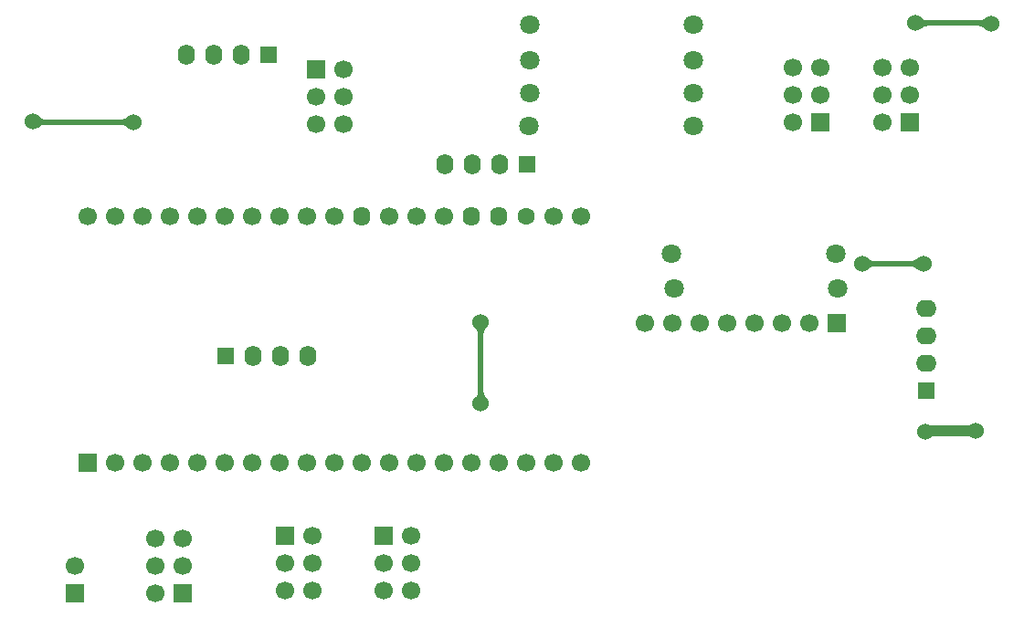
<source format=gbl>
G04*
G04 #@! TF.GenerationSoftware,Altium Limited,Altium Designer,23.7.1 (13)*
G04*
G04 Layer_Physical_Order=2*
G04 Layer_Color=16711680*
%FSLAX44Y44*%
%MOMM*%
G71*
G04*
G04 #@! TF.SameCoordinates,6A6514B3-BAE0-4B46-B0EA-18BC37126D95*
G04*
G04*
G04 #@! TF.FilePolarity,Positive*
G04*
G01*
G75*
%ADD24C,1.0000*%
%ADD26C,0.5000*%
%ADD27C,1.5240*%
%ADD28C,1.7000*%
%ADD29R,1.7000X1.7000*%
%ADD30C,1.8000*%
%ADD31R,1.6050X1.6050*%
%ADD32O,1.6000X1.9000*%
%ADD33R,1.7000X1.7000*%
%ADD34O,1.6000X1.8000*%
%ADD35C,1.6000*%
%ADD36O,1.9000X1.6000*%
%ADD37R,1.6050X1.6050*%
G36*
X57129Y477375D02*
X56432Y477348D01*
X55746Y477266D01*
X55072Y477130D01*
X54409Y476940D01*
X53758Y476695D01*
X53118Y476396D01*
X52490Y476042D01*
X51873Y475634D01*
X51267Y475172D01*
X50673Y474655D01*
X51198Y485310D01*
X51729Y484752D01*
X52279Y484253D01*
X52849Y483813D01*
X53439Y483432D01*
X54049Y483109D01*
X54678Y482845D01*
X55326Y482639D01*
X55995Y482492D01*
X56682Y482404D01*
X57390Y482375D01*
X57129Y477375D01*
D02*
G37*
G36*
X127621Y482375D02*
X128318Y482402D01*
X129004Y482484D01*
X129678Y482620D01*
X130341Y482810D01*
X130992Y483055D01*
X131632Y483354D01*
X132260Y483708D01*
X132877Y484116D01*
X133483Y484579D01*
X134077Y485095D01*
X133552Y474440D01*
X133021Y474998D01*
X132471Y475497D01*
X131900Y475937D01*
X131311Y476319D01*
X130701Y476641D01*
X130072Y476905D01*
X129424Y477111D01*
X128755Y477258D01*
X128068Y477346D01*
X127360Y477375D01*
X127621Y482375D01*
D02*
G37*
G36*
X463500Y230270D02*
X463528Y229568D01*
X463613Y228881D01*
X463755Y228209D01*
X463953Y227553D01*
X464208Y226913D01*
X464520Y226288D01*
X464889Y225678D01*
X465314Y225084D01*
X465796Y224505D01*
X466334Y223942D01*
X455666D01*
X456204Y224505D01*
X456686Y225084D01*
X457111Y225678D01*
X457480Y226288D01*
X457791Y226913D01*
X458047Y227553D01*
X458245Y228209D01*
X458387Y228881D01*
X458472Y229568D01*
X458500Y230270D01*
X463500D01*
D02*
G37*
G36*
X458500Y282512D02*
X458470Y283224D01*
X458379Y283912D01*
X458228Y284576D01*
X458016Y285217D01*
X457744Y285833D01*
X457412Y286426D01*
X457019Y286995D01*
X456566Y287541D01*
X456052Y288062D01*
X455477Y288560D01*
X466094Y289610D01*
X465601Y288986D01*
X465160Y288355D01*
X464771Y287716D01*
X464434Y287070D01*
X464148Y286416D01*
X463915Y285755D01*
X463733Y285087D01*
X463604Y284411D01*
X463526Y283727D01*
X463500Y283036D01*
X458500Y282512D01*
D02*
G37*
G36*
X826020Y346000D02*
X825318Y345972D01*
X824631Y345887D01*
X823959Y345745D01*
X823303Y345547D01*
X822663Y345291D01*
X822038Y344980D01*
X821428Y344611D01*
X820834Y344186D01*
X820255Y343704D01*
X819692Y343166D01*
Y353834D01*
X820255Y353296D01*
X820834Y352814D01*
X821428Y352389D01*
X822038Y352020D01*
X822663Y351708D01*
X823303Y351453D01*
X823959Y351255D01*
X824631Y351113D01*
X825318Y351028D01*
X826020Y351000D01*
Y346000D01*
D02*
G37*
G36*
X883511Y188554D02*
X882644Y188549D01*
X879181Y188320D01*
X878893Y188248D01*
X878688Y188167D01*
X878565Y188076D01*
X877789Y198716D01*
X877870Y198685D01*
X878038Y198658D01*
X878294Y198633D01*
X879587Y198580D01*
X882539Y198554D01*
X883511Y188554D01*
D02*
G37*
G36*
X909656Y198554D02*
X914478Y198801D01*
X914072Y188141D01*
X913955Y188220D01*
X913755Y188290D01*
X913471Y188352D01*
X913104Y188406D01*
X912120Y188488D01*
X910018Y188550D01*
X909150Y188554D01*
X909656Y198554D01*
D02*
G37*
G36*
X859230Y351000D02*
X859932Y351028D01*
X860619Y351113D01*
X861291Y351255D01*
X861947Y351453D01*
X862587Y351708D01*
X863212Y352020D01*
X863822Y352389D01*
X864416Y352814D01*
X864995Y353296D01*
X865558Y353834D01*
Y343166D01*
X864995Y343704D01*
X864416Y344186D01*
X863822Y344611D01*
X863212Y344980D01*
X862587Y345291D01*
X861947Y345547D01*
X861291Y345745D01*
X860619Y345887D01*
X859932Y345972D01*
X859230Y346000D01*
Y351000D01*
D02*
G37*
G36*
X874929Y569000D02*
X874230Y568972D01*
X873543Y568890D01*
X872870Y568752D01*
X872210Y568558D01*
X871562Y568310D01*
X870927Y568007D01*
X870304Y567648D01*
X869695Y567234D01*
X869098Y566765D01*
X868514Y566240D01*
X868864Y576903D01*
X869406Y576351D01*
X869966Y575858D01*
X870544Y575422D01*
X871141Y575045D01*
X871756Y574726D01*
X872388Y574464D01*
X873040Y574261D01*
X873709Y574116D01*
X874397Y574029D01*
X875102Y574000D01*
X874929Y569000D01*
D02*
G37*
G36*
X922571Y574000D02*
X923270Y574028D01*
X923956Y574110D01*
X924630Y574248D01*
X925290Y574441D01*
X925938Y574690D01*
X926573Y574993D01*
X927196Y575352D01*
X927805Y575766D01*
X928402Y576235D01*
X928986Y576760D01*
X928636Y566097D01*
X928094Y566649D01*
X927534Y567142D01*
X926956Y567578D01*
X926359Y567955D01*
X925744Y568274D01*
X925112Y568536D01*
X924460Y568739D01*
X923791Y568884D01*
X923103Y568971D01*
X922398Y569000D01*
X922571Y574000D01*
D02*
G37*
D24*
X873311Y193554D02*
X919422D01*
X919712Y193264D01*
D26*
X814250Y348500D02*
X871000D01*
X863250Y571750D02*
X863500Y571500D01*
X934000D01*
X934250Y571250D01*
X45500Y480250D02*
X45875Y479875D01*
X138875D01*
X139250Y479500D01*
X460250Y294500D02*
X461000Y293750D01*
Y218500D02*
Y293750D01*
D27*
X871000Y348500D02*
D03*
X814250D02*
D03*
X934250Y571250D02*
D03*
X863250Y571750D02*
D03*
X919712Y193264D02*
D03*
X872750Y193000D02*
D03*
X45500Y480250D02*
D03*
X139250Y479500D02*
D03*
X460250Y294500D02*
D03*
X461000Y218500D02*
D03*
D28*
X858500Y505100D02*
D03*
X833100Y530500D02*
D03*
Y479700D02*
D03*
X858500Y530500D02*
D03*
X833100Y505100D02*
D03*
X122050Y163650D02*
D03*
X147450D02*
D03*
X172850D02*
D03*
X198250D02*
D03*
X223650D02*
D03*
X249050D02*
D03*
X274450D02*
D03*
X299850D02*
D03*
X325250D02*
D03*
X350650D02*
D03*
X376050D02*
D03*
X401450D02*
D03*
X426850D02*
D03*
X452250D02*
D03*
X477650D02*
D03*
X503050D02*
D03*
X528450D02*
D03*
X553850D02*
D03*
X96650Y392250D02*
D03*
X122050D02*
D03*
X147450D02*
D03*
X172850D02*
D03*
X198250D02*
D03*
X223650D02*
D03*
X249050D02*
D03*
X274450D02*
D03*
X299850D02*
D03*
X325250D02*
D03*
X376050D02*
D03*
X401450D02*
D03*
X426850D02*
D03*
X528450D02*
D03*
X553850D02*
D03*
X750250Y505250D02*
D03*
X775650Y530650D02*
D03*
X750250Y479850D02*
D03*
Y530650D02*
D03*
X775650Y505250D02*
D03*
X396000Y70500D02*
D03*
X370600Y45100D02*
D03*
X396000Y95900D02*
D03*
Y45100D02*
D03*
X370600Y70500D02*
D03*
X305150Y70450D02*
D03*
X279750Y45050D02*
D03*
X305150Y95850D02*
D03*
Y45050D02*
D03*
X279750Y70450D02*
D03*
X84500Y68250D02*
D03*
X159500D02*
D03*
X184900Y93650D02*
D03*
X159500Y42850D02*
D03*
Y93650D02*
D03*
X184900Y68250D02*
D03*
X308350Y503400D02*
D03*
X333750Y478000D02*
D03*
Y528800D02*
D03*
X308350Y478000D02*
D03*
X333750Y503400D02*
D03*
X612750Y293750D02*
D03*
X638150D02*
D03*
X663550D02*
D03*
X688950D02*
D03*
X714350D02*
D03*
X739750D02*
D03*
X765150D02*
D03*
D29*
X858500Y479700D02*
D03*
X775650Y479850D02*
D03*
X370600Y95900D02*
D03*
X279750Y95850D02*
D03*
X84500Y42850D02*
D03*
X184900D02*
D03*
X308350Y528800D02*
D03*
D30*
X789883Y358076D02*
D03*
X637883D02*
D03*
X792000Y325250D02*
D03*
X640000D02*
D03*
X658250Y537500D02*
D03*
X506250D02*
D03*
Y507000D02*
D03*
X658250D02*
D03*
X657575Y476325D02*
D03*
X505575D02*
D03*
X506250Y570250D02*
D03*
X658250D02*
D03*
D31*
X264150Y542000D02*
D03*
X224150Y262500D02*
D03*
X504100Y440249D02*
D03*
D32*
X238750Y542000D02*
D03*
X213350D02*
D03*
X187950D02*
D03*
X249550Y262500D02*
D03*
X274950D02*
D03*
X300350D02*
D03*
X478700Y440249D02*
D03*
X453300D02*
D03*
X427900D02*
D03*
D33*
X96650Y163650D02*
D03*
X790550Y293750D02*
D03*
D34*
X350650Y392250D02*
D03*
X452250D02*
D03*
X477650D02*
D03*
D35*
X503050D02*
D03*
D36*
X873499Y306850D02*
D03*
Y281450D02*
D03*
Y256050D02*
D03*
D37*
Y230650D02*
D03*
M02*

</source>
